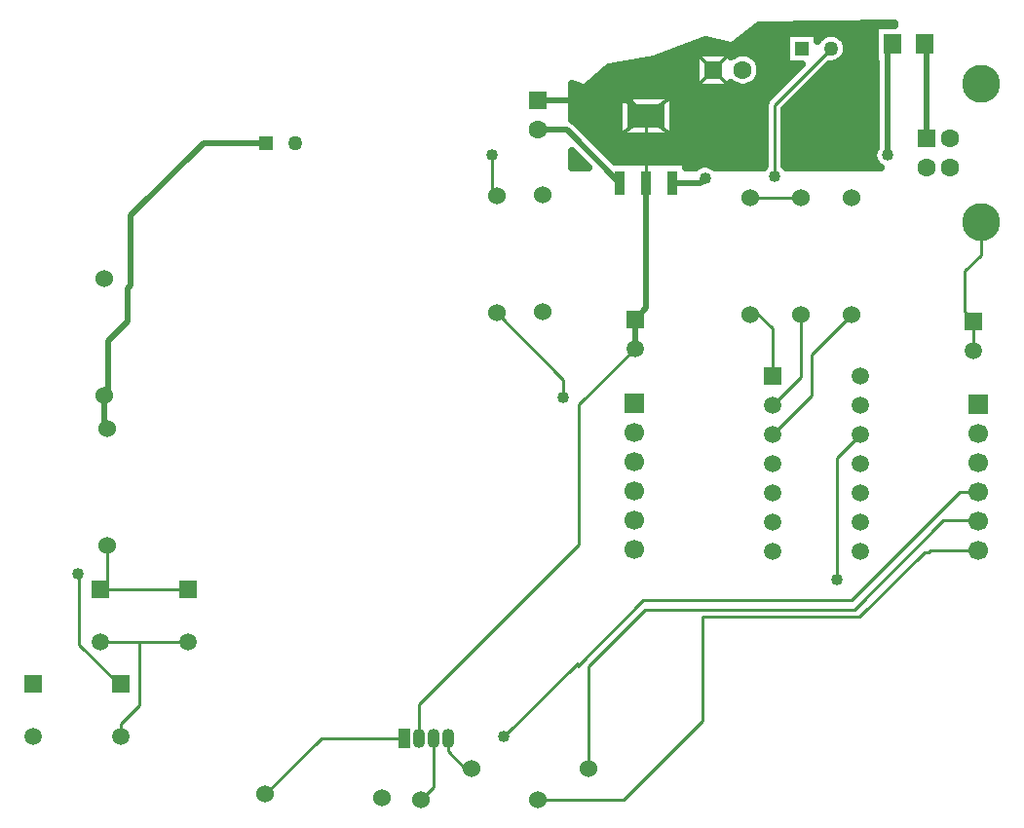
<source format=gbr>
G04 DipTrace 3.0.0.2*
G04 Top.gbr*
%MOMM*%
G04 #@! TF.FileFunction,Copper,L1,Top*
G04 #@! TF.Part,Single*
G04 #@! TA.AperFunction,Conductor*
%ADD13C,0.254*%
%ADD14C,0.508*%
G04 #@! TA.AperFunction,CopperBalancing*
%ADD15C,0.635*%
%ADD16C,0.3302*%
G04 #@! TA.AperFunction,ComponentPad*
%ADD17C,1.6*%
%ADD18R,1.6X1.6*%
%ADD19C,1.27*%
%ADD20R,1.27X1.27*%
%ADD21O,1.05X1.7*%
%ADD22R,1.05X1.7*%
%ADD23R,1.5X1.5*%
%ADD24C,1.5*%
%ADD25R,1.7X1.7*%
%ADD26C,1.7*%
%ADD27C,1.6*%
%ADD28C,3.3*%
%ADD29C,1.524*%
%ADD30C,1.524*%
%ADD31R,1.6X1.8*%
G04 #@! TA.AperFunction,ComponentPad*
%ADD32C,1.5*%
%ADD34R,0.95X2.15*%
%ADD35R,3.25X2.15*%
G04 #@! TA.AperFunction,ViaPad*
%ADD36C,1.016*%
%FSLAX35Y35*%
G04*
G71*
G90*
G75*
G01*
G04 Top*
%LPD*%
X8002270Y5364007D2*
D13*
Y4823087D1*
X7758903Y4579720D1*
X8442907Y5362413D2*
Y5375083D1*
X8418713Y5399277D1*
Y5339423D1*
X8094257Y5014967D1*
Y4661073D1*
X7758903Y4325720D1*
X9549330Y3313887D2*
X9130237D1*
X9117523Y3301173D1*
X9080857D1*
X8515120Y2735437D1*
X7150337D1*
Y1836637D1*
X6462993Y1149293D1*
X5715593D1*
X2683463Y2972880D2*
X1921463D1*
X1972533Y3355337D2*
Y3023950D1*
X1921463Y2972880D1*
X8315607Y3063107D2*
Y4120423D1*
X8520903Y4325720D1*
X2094147Y2151623D2*
X2074660D1*
X1731280Y2495003D1*
Y3105700D1*
X1723390Y3113590D1*
X6160047Y1419140D2*
Y2306860D1*
X6652783Y2799597D1*
X8469273D1*
X9243243Y3573567D1*
X9543650D1*
X9549330Y3567887D1*
X5942920Y4643990D2*
Y4799973D1*
X5365023Y5377870D1*
X2094147Y1701623D2*
Y1807717D1*
X2254903Y1968473D1*
Y2522880D1*
X2683463D1*
X1921463D2*
X2683463D1*
X6562600Y5070030D2*
D14*
Y5324030D1*
X7563300Y5360180D2*
D13*
Y5390480D1*
X7606860D1*
X7756350Y5240990D1*
Y4831167D1*
X7758903Y4833720D1*
X6658543Y6510770D2*
D14*
Y5419973D1*
X6562600Y5324030D1*
X6658543Y7090770D2*
D13*
Y6510770D1*
X5717750Y7223033D2*
D14*
X6526280D1*
D13*
X6658543Y7090770D1*
X4683500Y1683273D2*
Y1973010D1*
X6077147Y3366657D1*
Y4584577D1*
X6562600Y5070030D1*
X1953120Y4662833D2*
D14*
Y4390750D1*
D13*
X1972533Y4371337D1*
X9505810Y5308373D2*
Y5054373D1*
X9568663Y6167780D2*
Y5882263D1*
X9427287Y5740887D1*
Y5386897D1*
X9505810Y5308373D1*
X3352883Y6855393D2*
D14*
X2812443D1*
X2183163Y6226113D1*
Y5619513D1*
X2156763Y5593113D1*
Y5307537D1*
X1986377Y5137150D1*
Y4662833D1*
X1953120D1*
X5717750Y6969033D2*
X5970280D1*
X6428543Y6510770D1*
X7777557Y6566140D2*
D13*
Y7186483D1*
X8267857Y7676783D1*
X5324330Y6753090D2*
Y6434563D1*
X5365023Y6393870D1*
X7563300Y6376180D2*
X7998443D1*
X8002270Y6380007D1*
X4937500Y1683273D2*
Y1567310D1*
X5085670Y1419140D1*
X5144047D1*
X9097663Y6894780D2*
D14*
Y7701733D1*
D13*
X9083397Y7716000D1*
X6888543Y6510770D2*
D14*
X7130240D1*
X7171487Y6552017D1*
X8757540Y6748953D2*
Y7670143D1*
X8803397Y7716000D1*
X4810500Y1683273D2*
D13*
Y1260200D1*
X4699593Y1149293D1*
X4556500Y1683273D2*
X3836720D1*
X3350361Y1196914D1*
X9549330Y3821887D2*
X9383653D1*
X8444690Y2882923D1*
X6634233D1*
X6062473Y2311163D1*
Y2334237D1*
X5424970Y1696733D1*
D36*
X8315607Y3063107D3*
X1723390Y3113590D3*
D3*
X5942920Y4643990D3*
X7777557Y6566140D3*
X5324330Y6753090D3*
X7171487Y6552017D3*
X8757540Y6748953D3*
X5424970Y1696733D3*
X7589507Y7835637D2*
D15*
X8644647D1*
X7509760Y7772470D2*
X7871610D1*
X8370730D2*
X8644647D1*
X7073567Y7709303D2*
X7348850D1*
X7430137D2*
X7871610D1*
X8406200D2*
X8644647D1*
X6903533Y7646137D2*
X7871610D1*
X8406573D2*
X8644647D1*
X6731140Y7582970D2*
X7087780D1*
X7627580D2*
X7871610D1*
X8372467D2*
X8644647D1*
X6385610Y7519803D2*
X7087780D1*
X7656353D2*
X7984223D1*
X8237527D2*
X8653453D1*
X6277710Y7456637D2*
X7087780D1*
X7655610D2*
X7921093D1*
X8174400D2*
X8653453D1*
X6206893Y7393470D2*
X7087780D1*
X7624853D2*
X7857967D1*
X8111147D2*
X8653453D1*
X6019120Y7330303D2*
X7794713D1*
X8048020D2*
X8653453D1*
X6019493Y7267137D2*
X6417310D1*
X6899810D2*
X7731587D1*
X7984893D2*
X8653453D1*
X6019863Y7203970D2*
X6417310D1*
X6899810D2*
X7687930D1*
X7921640D2*
X8653453D1*
X6020113Y7140803D2*
X6417310D1*
X6899810D2*
X7686193D1*
X7868930D2*
X8653453D1*
X6020487Y7077637D2*
X6417310D1*
X6899810D2*
X7686193D1*
X7868930D2*
X8653453D1*
X6069473Y7014470D2*
X6417310D1*
X6899810D2*
X7686193D1*
X7868930D2*
X8653453D1*
X6132603Y6951303D2*
X6417310D1*
X6899810D2*
X7686193D1*
X7868930D2*
X8653453D1*
X6195730Y6888137D2*
X7686193D1*
X7868930D2*
X8653453D1*
X6258983Y6824970D2*
X7686193D1*
X7868930D2*
X8653453D1*
X6322110Y6761803D2*
X7686193D1*
X7868930D2*
X8628647D1*
X6022593Y6698637D2*
X6096090D1*
X6385237D2*
X7686193D1*
X7868930D2*
X8638693D1*
X7652447Y7477990D2*
X7648707Y7454373D1*
X7641317Y7431630D1*
X7630460Y7410323D1*
X7616403Y7390977D1*
X7599497Y7374070D1*
X7580150Y7360013D1*
X7558843Y7349157D1*
X7536100Y7341767D1*
X7512483Y7338027D1*
X7488570D1*
X7464953Y7341767D1*
X7442210Y7349157D1*
X7420903Y7360013D1*
X7401557Y7374070D1*
X7398917Y7375637D1*
Y7337557D1*
X7094137D1*
Y7642337D1*
X7398917D1*
Y7603517D1*
X7420903Y7619880D1*
X7442210Y7630737D1*
X7464953Y7638127D1*
X7488570Y7641867D1*
X7512483D1*
X7536100Y7638127D1*
X7558843Y7630737D1*
X7580150Y7619880D1*
X7599497Y7605823D1*
X7616403Y7588917D1*
X7630460Y7569570D1*
X7641317Y7548263D1*
X7648707Y7525520D1*
X7652447Y7501903D1*
Y7477990D1*
X8403327Y7666120D2*
X8399993Y7645060D1*
X8393403Y7624780D1*
X8383723Y7605780D1*
X8371187Y7588530D1*
X8356110Y7573453D1*
X8338860Y7560917D1*
X8319860Y7551237D1*
X8299580Y7544647D1*
X8278520Y7541313D1*
X8257193D1*
X8253180Y7541787D1*
X7862613Y7151203D1*
X7862647Y6655290D1*
X7874577Y6641903D1*
X8696440Y6641927D1*
X8677533Y6655280D1*
X8663867Y6668947D1*
X8652503Y6684587D1*
X8643727Y6701810D1*
X8637753Y6720197D1*
X8634730Y6739287D1*
Y6758620D1*
X8637753Y6777710D1*
X8643727Y6796097D1*
X8652503Y6813320D1*
X8659773Y6823767D1*
X8659750Y7553493D1*
X8651007Y7553610D1*
Y7878390D1*
X8819307D1*
X8819140Y7898297D1*
X7641190Y7881643D1*
X7416117Y7703753D1*
X7406807Y7700293D1*
X7396880Y7699877D1*
X7177440Y7750313D1*
X6727127Y7583403D1*
X6332767Y7511310D1*
X6136273Y7336727D1*
X6127180Y7332730D1*
X6117293Y7331743D1*
X6107043Y7334093D1*
X6012630Y7369463D1*
X6014677Y7056167D1*
X6027760Y7048147D1*
X6039427Y7038180D1*
X6386973Y6690633D1*
X7008433Y6690660D1*
Y6641920D1*
X7087360Y6641927D1*
X7099077Y6651680D1*
X7115560Y6661780D1*
X7133420Y6669177D1*
X7152217Y6673690D1*
X7171487Y6675207D1*
X7190757Y6673690D1*
X7209553Y6669177D1*
X7227413Y6661780D1*
X7243897Y6651680D1*
X7255627Y6641870D1*
X7680440Y6641927D1*
X7692473Y6655120D1*
X7692730Y7193160D1*
X7696630Y7212777D1*
X7705007Y7230943D1*
X7717390Y7246650D1*
X7718020Y7247237D1*
X8011613Y7540877D1*
X7877967Y7540893D1*
Y7812673D1*
X8149747D1*
Y7744087D1*
X8164527Y7765037D1*
X8179603Y7780113D1*
X8196853Y7792650D1*
X8215853Y7802330D1*
X8236133Y7808920D1*
X8257193Y7812253D1*
X8278520D1*
X8299580Y7808920D1*
X8319860Y7802330D1*
X8338860Y7792650D1*
X8356110Y7780113D1*
X8371187Y7765037D1*
X8383723Y7747787D1*
X8393403Y7728787D1*
X8399993Y7708507D1*
X8403327Y7687447D1*
Y7666120D1*
X6430003Y7270660D2*
X6893433D1*
Y6910880D1*
X6423653D1*
Y7270660D1*
X6430003D1*
X6159180Y6641837D2*
X6015707Y6785310D1*
X6016667Y6641927D1*
X6159170D1*
X7094223Y7642250D2*
D16*
X7398830Y7337643D1*
Y7642250D2*
X7094223Y7337643D1*
X6423753Y7270583D2*
X6893337Y6910957D1*
Y7270583D2*
X6423753Y6910957D1*
D17*
X5717750Y6969033D3*
D18*
Y7223033D3*
D17*
X7500527Y7489947D3*
D18*
X7246527D3*
D19*
X8267857Y7676783D3*
D20*
X8013857D3*
D19*
X3606883Y6855393D3*
D20*
X3352883D3*
D21*
X4937500Y1683273D3*
X4683500D3*
D22*
X4556500D3*
D21*
X4810500D3*
D23*
X6562600Y5324030D3*
D24*
Y5070030D3*
D23*
X9505810Y5308373D3*
D24*
Y5054373D3*
D25*
X9549330Y4583887D3*
D26*
Y4329887D3*
Y4075887D3*
Y3821887D3*
Y3567887D3*
Y3313887D3*
D25*
X6560007Y4590307D3*
D26*
Y4336307D3*
Y4082307D3*
Y3828307D3*
Y3574307D3*
Y3320307D3*
D18*
X9097663Y6894780D3*
D27*
Y6644780D3*
X9297663D3*
Y6894780D3*
D28*
X9568663Y6167780D3*
Y7371780D3*
D29*
X5763250Y5388820D3*
D30*
Y6404820D3*
D29*
X5365023Y5377870D3*
D30*
Y6393870D3*
D29*
X1953120Y5678833D3*
D30*
Y4662833D3*
D29*
X1972533Y4371337D3*
D30*
Y3355337D3*
D29*
X7563300Y5360180D3*
D30*
Y6376180D3*
D29*
X8002270Y6380007D3*
D30*
Y5364007D3*
D29*
X8442907Y6378413D3*
D30*
Y5362413D3*
D31*
X9083397Y7716000D3*
X8803397D3*
D29*
X5144047Y1419140D3*
D30*
X6160047D3*
D29*
X4699593Y1149293D3*
D30*
X5715593D3*
D29*
X3350361Y1196914D3*
D30*
X4365813Y1163553D3*
D23*
X1921463Y2972880D3*
D32*
Y2522880D3*
X2683463D3*
D23*
Y2972880D3*
X1332147Y2151623D3*
D32*
Y1701623D3*
X2094147D3*
D23*
Y2151623D3*
X7758903Y4833720D3*
D24*
Y4579720D3*
Y4325720D3*
Y4071720D3*
Y3817720D3*
Y3563720D3*
Y3309720D3*
X8520903D3*
Y3563720D3*
Y3817720D3*
Y4071720D3*
Y4325720D3*
Y4579720D3*
Y4833720D3*
D34*
X6428543Y6510770D3*
X6658543D3*
X6888543D3*
D35*
X6658543Y7090770D3*
M02*

</source>
